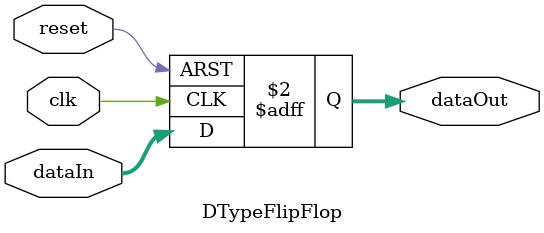
<source format=v>
module DTypeFlipFlop #(parameter DATAWIDTH = 32) (
	input												clk,
	input												reset,
	input				[DATAWIDTH-1:0]	dataIn,
	output	reg	[DATAWIDTH-1:0]	dataOut
);

always @(posedge clk, posedge reset)
begin
	if (reset)	dataOut	<=	0;
	else				dataOut	<=	dataIn;
end
endmodule

</source>
